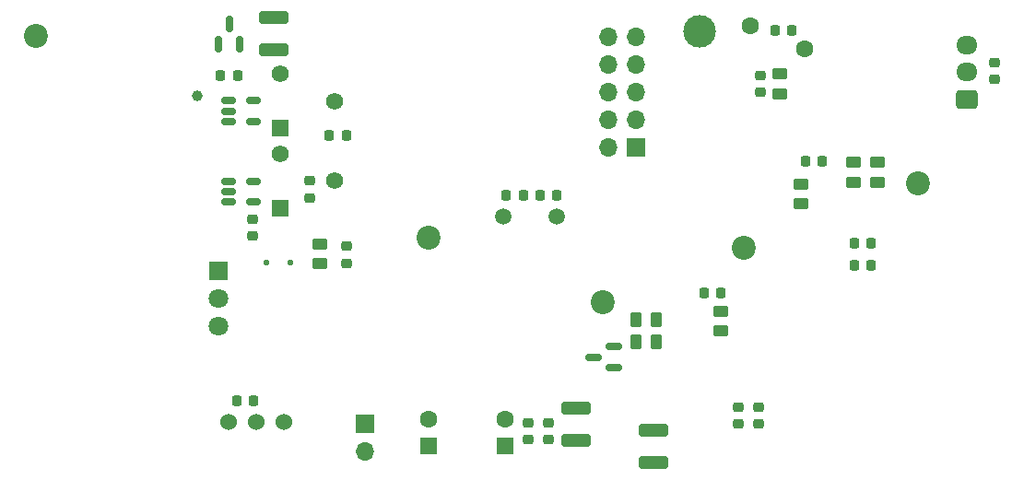
<source format=gbr>
%TF.GenerationSoftware,KiCad,Pcbnew,7.0.8-7.0.8~ubuntu22.04.1*%
%TF.CreationDate,2023-11-02T09:44:39+03:00*%
%TF.ProjectId,outdoor-module,6f757464-6f6f-4722-9d6d-6f64756c652e,rev?*%
%TF.SameCoordinates,Original*%
%TF.FileFunction,Soldermask,Bot*%
%TF.FilePolarity,Negative*%
%FSLAX46Y46*%
G04 Gerber Fmt 4.6, Leading zero omitted, Abs format (unit mm)*
G04 Created by KiCad (PCBNEW 7.0.8-7.0.8~ubuntu22.04.1) date 2023-11-02 09:44:39*
%MOMM*%
%LPD*%
G01*
G04 APERTURE LIST*
G04 Aperture macros list*
%AMRoundRect*
0 Rectangle with rounded corners*
0 $1 Rounding radius*
0 $2 $3 $4 $5 $6 $7 $8 $9 X,Y pos of 4 corners*
0 Add a 4 corners polygon primitive as box body*
4,1,4,$2,$3,$4,$5,$6,$7,$8,$9,$2,$3,0*
0 Add four circle primitives for the rounded corners*
1,1,$1+$1,$2,$3*
1,1,$1+$1,$4,$5*
1,1,$1+$1,$6,$7*
1,1,$1+$1,$8,$9*
0 Add four rect primitives between the rounded corners*
20,1,$1+$1,$2,$3,$4,$5,0*
20,1,$1+$1,$4,$5,$6,$7,0*
20,1,$1+$1,$6,$7,$8,$9,0*
20,1,$1+$1,$8,$9,$2,$3,0*%
G04 Aperture macros list end*
%ADD10C,2.200000*%
%ADD11C,1.500000*%
%ADD12C,3.000000*%
%ADD13R,1.800000X1.800000*%
%ADD14C,1.800000*%
%ADD15R,1.700000X1.700000*%
%ADD16O,1.700000X1.700000*%
%ADD17R,1.600000X1.600000*%
%ADD18C,1.600000*%
%ADD19R,1.560000X1.560000*%
%ADD20C,1.560000*%
%ADD21C,1.524000*%
%ADD22RoundRect,0.250000X0.725000X-0.600000X0.725000X0.600000X-0.725000X0.600000X-0.725000X-0.600000X0*%
%ADD23O,1.950000X1.700000*%
%ADD24RoundRect,0.250000X-0.450000X0.262500X-0.450000X-0.262500X0.450000X-0.262500X0.450000X0.262500X0*%
%ADD25RoundRect,0.225000X-0.250000X0.225000X-0.250000X-0.225000X0.250000X-0.225000X0.250000X0.225000X0*%
%ADD26RoundRect,0.250000X0.450000X-0.262500X0.450000X0.262500X-0.450000X0.262500X-0.450000X-0.262500X0*%
%ADD27RoundRect,0.250000X-1.100000X0.325000X-1.100000X-0.325000X1.100000X-0.325000X1.100000X0.325000X0*%
%ADD28RoundRect,0.225000X0.225000X0.250000X-0.225000X0.250000X-0.225000X-0.250000X0.225000X-0.250000X0*%
%ADD29RoundRect,0.150000X0.150000X-0.587500X0.150000X0.587500X-0.150000X0.587500X-0.150000X-0.587500X0*%
%ADD30RoundRect,0.225000X-0.225000X-0.250000X0.225000X-0.250000X0.225000X0.250000X-0.225000X0.250000X0*%
%ADD31RoundRect,0.225000X0.250000X-0.225000X0.250000X0.225000X-0.250000X0.225000X-0.250000X-0.225000X0*%
%ADD32RoundRect,0.150000X-0.512500X-0.150000X0.512500X-0.150000X0.512500X0.150000X-0.512500X0.150000X0*%
%ADD33RoundRect,0.250000X1.100000X-0.325000X1.100000X0.325000X-1.100000X0.325000X-1.100000X-0.325000X0*%
%ADD34RoundRect,0.150000X0.587500X0.150000X-0.587500X0.150000X-0.587500X-0.150000X0.587500X-0.150000X0*%
%ADD35RoundRect,0.250000X-0.262500X-0.450000X0.262500X-0.450000X0.262500X0.450000X-0.262500X0.450000X0*%
%ADD36C,1.000000*%
%ADD37RoundRect,0.125000X0.125000X0.125000X-0.125000X0.125000X-0.125000X-0.125000X0.125000X-0.125000X0*%
G04 APERTURE END LIST*
D10*
%TO.C,H3*%
X99000000Y-67000000D03*
%TD*%
D11*
%TO.C,X1*%
X94800000Y-59100000D03*
X89920000Y-59100000D03*
%TD*%
D12*
%TO.C,TP2*%
X107900000Y-42100000D03*
%TD*%
D13*
%TO.C,D1*%
X63700000Y-64050000D03*
D14*
X63700000Y-66590000D03*
X63700000Y-69130000D03*
%TD*%
D15*
%TO.C,J2*%
X102075000Y-52775000D03*
D16*
X99535000Y-52775000D03*
X102075000Y-50235000D03*
X99535000Y-50235000D03*
X102075000Y-47695000D03*
X99535000Y-47695000D03*
X102075000Y-45155000D03*
X99535000Y-45155000D03*
X102075000Y-42615000D03*
X99535000Y-42615000D03*
%TD*%
D17*
%TO.C,C7*%
X90015000Y-80182380D03*
D18*
X90015000Y-77682380D03*
%TD*%
%TO.C,RV2*%
X112600000Y-41600000D03*
X117600000Y-43700000D03*
%TD*%
D10*
%TO.C,H5*%
X47000000Y-42500000D03*
%TD*%
D19*
%TO.C,RV3*%
X69380000Y-51000000D03*
D20*
X74380000Y-48500000D03*
X69380000Y-46000000D03*
%TD*%
D17*
%TO.C,C3*%
X83000000Y-80182380D03*
D18*
X83000000Y-77682380D03*
%TD*%
D10*
%TO.C,H2*%
X128000000Y-56000000D03*
%TD*%
D21*
%TO.C,U2*%
X69740000Y-78000000D03*
X67200000Y-78000000D03*
X64660000Y-78000000D03*
%TD*%
D19*
%TO.C,RV1*%
X69360000Y-58300000D03*
D20*
X74360000Y-55800000D03*
X69360000Y-53300000D03*
%TD*%
D15*
%TO.C,J1*%
X77225000Y-78150000D03*
D16*
X77225000Y-80690000D03*
%TD*%
D10*
%TO.C,H1*%
X112000000Y-62000000D03*
%TD*%
%TO.C,H4*%
X83000000Y-61000000D03*
%TD*%
D22*
%TO.C,J4*%
X132475000Y-48300000D03*
D23*
X132475000Y-45800000D03*
X132475000Y-43300000D03*
%TD*%
D24*
%TO.C,R21*%
X109900000Y-67787500D03*
X109900000Y-69612500D03*
%TD*%
D25*
%TO.C,C11*%
X94025000Y-78025001D03*
X94025000Y-79575001D03*
%TD*%
D26*
%TO.C,R23*%
X73020000Y-63412500D03*
X73020000Y-61587500D03*
%TD*%
D27*
%TO.C,C13*%
X68800000Y-40825000D03*
X68800000Y-43775000D03*
%TD*%
D28*
%TO.C,C18*%
X65475000Y-46100000D03*
X63925000Y-46100000D03*
%TD*%
D24*
%TO.C,R14*%
X124300000Y-54087500D03*
X124300000Y-55912500D03*
%TD*%
D28*
%TO.C,C24*%
X123675000Y-61500000D03*
X122125000Y-61500000D03*
%TD*%
D26*
%TO.C,R7*%
X115320000Y-47812500D03*
X115320000Y-45987500D03*
%TD*%
D24*
%TO.C,R13*%
X122100000Y-54087500D03*
X122100000Y-55912500D03*
%TD*%
D25*
%TO.C,C36*%
X135000000Y-44925000D03*
X135000000Y-46475000D03*
%TD*%
D29*
%TO.C,U4*%
X65650000Y-43237500D03*
X63750000Y-43237500D03*
X64700000Y-41362500D03*
%TD*%
D27*
%TO.C,C44*%
X103700000Y-78725000D03*
X103700000Y-81675000D03*
%TD*%
D30*
%TO.C,C5*%
X90175000Y-57100000D03*
X91725000Y-57100000D03*
%TD*%
%TO.C,C42*%
X73925000Y-51600000D03*
X75475000Y-51600000D03*
%TD*%
D28*
%TO.C,C30*%
X109875000Y-66100000D03*
X108325000Y-66100000D03*
%TD*%
D31*
%TO.C,C41*%
X111500000Y-78175000D03*
X111500000Y-76625000D03*
%TD*%
D32*
%TO.C,U10*%
X64662500Y-50350000D03*
X64662500Y-49400000D03*
X64662500Y-48450000D03*
X66937500Y-48450000D03*
X66937500Y-50350000D03*
%TD*%
D28*
%TO.C,C9*%
X66975000Y-76000000D03*
X65425000Y-76000000D03*
%TD*%
D25*
%TO.C,C28*%
X66900000Y-59325000D03*
X66900000Y-60875000D03*
%TD*%
%TO.C,C29*%
X72100000Y-55825000D03*
X72100000Y-57375000D03*
%TD*%
D26*
%TO.C,R12*%
X117200000Y-57912500D03*
X117200000Y-56087500D03*
%TD*%
D31*
%TO.C,C10*%
X92200000Y-79575000D03*
X92200000Y-78025000D03*
%TD*%
D33*
%TO.C,C8*%
X96600000Y-79675000D03*
X96600000Y-76725000D03*
%TD*%
D34*
%TO.C,Q7*%
X100037500Y-71050000D03*
X100037500Y-72950000D03*
X98162500Y-72000000D03*
%TD*%
D30*
%TO.C,C43*%
X114825000Y-41950000D03*
X116375000Y-41950000D03*
%TD*%
D31*
%TO.C,C38*%
X113300000Y-78175000D03*
X113300000Y-76625000D03*
%TD*%
D32*
%TO.C,U9*%
X64662500Y-57750000D03*
X64662500Y-56800000D03*
X64662500Y-55850000D03*
X66937500Y-55850000D03*
X66937500Y-57750000D03*
%TD*%
D28*
%TO.C,C6*%
X94825000Y-57100000D03*
X93275000Y-57100000D03*
%TD*%
D25*
%TO.C,C12*%
X113470000Y-46125000D03*
X113470000Y-47675000D03*
%TD*%
D35*
%TO.C,R17*%
X102087500Y-68600000D03*
X103912500Y-68600000D03*
%TD*%
%TO.C,R18*%
X102087500Y-70600000D03*
X103912500Y-70600000D03*
%TD*%
D31*
%TO.C,C31*%
X75500000Y-63375000D03*
X75500000Y-61825000D03*
%TD*%
D28*
%TO.C,C27*%
X123675000Y-63600000D03*
X122125000Y-63600000D03*
%TD*%
D36*
%TO.C,TP5*%
X61800000Y-48000000D03*
%TD*%
D28*
%TO.C,C22*%
X119175000Y-54000000D03*
X117625000Y-54000000D03*
%TD*%
D37*
%TO.C,D4*%
X70300000Y-63300000D03*
X68100000Y-63300000D03*
%TD*%
M02*

</source>
